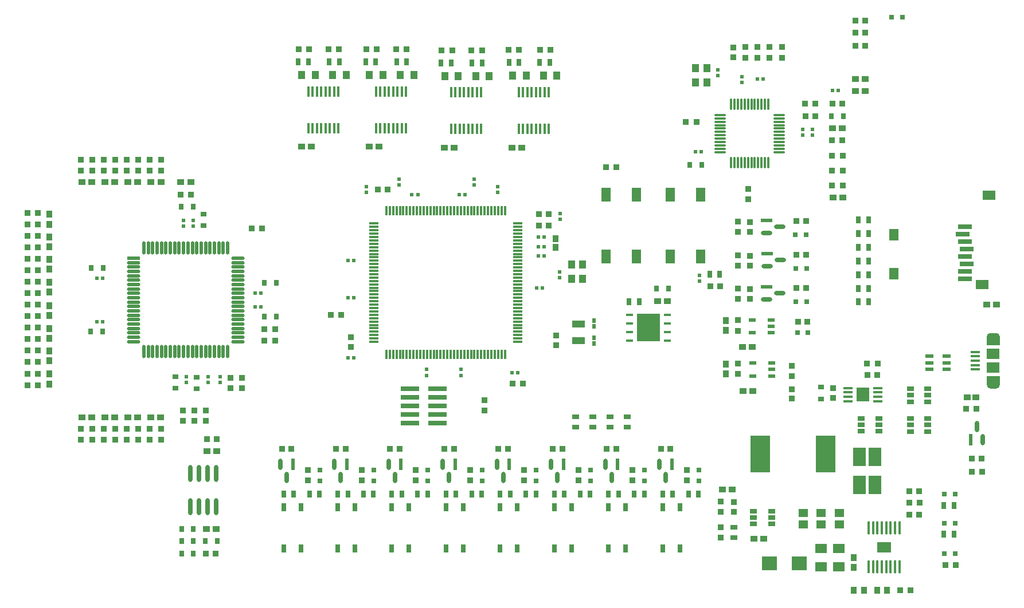
<source format=gbr>
%TF.GenerationSoftware,Altium Limited,Altium Designer,24.2.2 (26)*%
G04 Layer_Color=8421504*
%FSLAX45Y45*%
%MOMM*%
%TF.SameCoordinates,A2E2EA48-9257-4B33-8537-14B19699C7D1*%
%TF.FilePolarity,Positive*%
%TF.FileFunction,Paste,Top*%
%TF.Part,Single*%
G01*
G75*
%TA.AperFunction,Conductor*%
%ADD11C,0.50000*%
%TA.AperFunction,SMDPad,CuDef*%
%ADD12R,0.35000X1.35000*%
%ADD13R,1.35000X0.35000*%
%ADD14R,1.90000X1.40000*%
%ADD15R,2.00000X0.80000*%
%ADD16R,1.40000X1.80000*%
%ADD17R,1.65872X0.62684*%
G04:AMPARAMS|DCode=18|XSize=1.65872mm|YSize=0.62684mm|CornerRadius=0.31342mm|HoleSize=0mm|Usage=FLASHONLY|Rotation=0.000|XOffset=0mm|YOffset=0mm|HoleType=Round|Shape=RoundedRectangle|*
%AMROUNDEDRECTD18*
21,1,1.65872,0.00000,0,0,0.0*
21,1,1.03188,0.62684,0,0,0.0*
1,1,0.62684,0.51594,0.00000*
1,1,0.62684,-0.51594,0.00000*
1,1,0.62684,-0.51594,0.00000*
1,1,0.62684,0.51594,0.00000*
%
%ADD18ROUNDEDRECTD18*%
%ADD19R,1.10000X1.30000*%
%ADD20R,0.85872X0.91213*%
%ADD21R,0.91213X0.85872*%
G04:AMPARAMS|DCode=22|XSize=0.3mm|YSize=1.65mm|CornerRadius=0.0495mm|HoleSize=0mm|Usage=FLASHONLY|Rotation=90.000|XOffset=0mm|YOffset=0mm|HoleType=Round|Shape=RoundedRectangle|*
%AMROUNDEDRECTD22*
21,1,0.30000,1.55100,0,0,90.0*
21,1,0.20100,1.65000,0,0,90.0*
1,1,0.09900,0.77550,0.10050*
1,1,0.09900,0.77550,-0.10050*
1,1,0.09900,-0.77550,-0.10050*
1,1,0.09900,-0.77550,0.10050*
%
%ADD22ROUNDEDRECTD22*%
G04:AMPARAMS|DCode=23|XSize=0.3mm|YSize=1.65mm|CornerRadius=0.0495mm|HoleSize=0mm|Usage=FLASHONLY|Rotation=180.000|XOffset=0mm|YOffset=0mm|HoleType=Round|Shape=RoundedRectangle|*
%AMROUNDEDRECTD23*
21,1,0.30000,1.55100,0,0,180.0*
21,1,0.20100,1.65000,0,0,180.0*
1,1,0.09900,-0.10050,0.77550*
1,1,0.09900,0.10050,0.77550*
1,1,0.09900,0.10050,-0.77550*
1,1,0.09900,-0.10050,-0.77550*
%
%ADD23ROUNDEDRECTD23*%
%ADD24R,1.80620X1.35443*%
%ADD25R,0.95822X1.00650*%
%ADD26R,2.79000X0.74000*%
%ADD27R,0.57247X0.61535*%
%ADD28R,0.61535X0.57247*%
%ADD29R,1.00000X1.25000*%
%ADD30R,0.80000X1.00000*%
%ADD31R,0.95814X0.96213*%
%ADD32R,1.40000X0.45000*%
%ADD33R,1.84600X2.15000*%
%ADD34R,0.75000X1.00000*%
%ADD35R,0.80000X0.80000*%
%ADD36R,0.90000X1.05000*%
%ADD37R,0.95650X0.96213*%
%ADD38R,0.93504X0.96213*%
%ADD39R,0.96213X0.93504*%
G04:AMPARAMS|DCode=40|XSize=1.1mm|YSize=0.6mm|CornerRadius=0.051mm|HoleSize=0mm|Usage=FLASHONLY|Rotation=0.000|XOffset=0mm|YOffset=0mm|HoleType=Round|Shape=RoundedRectangle|*
%AMROUNDEDRECTD40*
21,1,1.10000,0.49800,0,0,0.0*
21,1,0.99800,0.60000,0,0,0.0*
1,1,0.10200,0.49900,-0.24900*
1,1,0.10200,-0.49900,-0.24900*
1,1,0.10200,-0.49900,0.24900*
1,1,0.10200,0.49900,0.24900*
%
%ADD40ROUNDEDRECTD40*%
G04:AMPARAMS|DCode=42|XSize=1.95543mm|YSize=0.42077mm|CornerRadius=0.21038mm|HoleSize=0mm|Usage=FLASHONLY|Rotation=90.000|XOffset=0mm|YOffset=0mm|HoleType=Round|Shape=RoundedRectangle|*
%AMROUNDEDRECTD42*
21,1,1.95543,0.00000,0,0,90.0*
21,1,1.53467,0.42077,0,0,90.0*
1,1,0.42077,0.00000,0.76733*
1,1,0.42077,0.00000,-0.76733*
1,1,0.42077,0.00000,-0.76733*
1,1,0.42077,0.00000,0.76733*
%
%ADD42ROUNDEDRECTD42*%
%ADD43R,0.42077X1.95543*%
%ADD44R,1.90292X2.70620*%
%ADD45R,2.90000X5.40000*%
%ADD46R,2.20000X2.15000*%
%ADD47R,1.45620X1.25464*%
%ADD48R,0.95872X0.91213*%
%ADD49R,1.13108X0.91213*%
%ADD50R,1.20000X0.60000*%
%ADD51R,1.00000X0.80000*%
%ADD52R,1.00650X0.95822*%
%ADD53R,1.40000X2.10000*%
%ADD54R,1.10000X0.45000*%
%ADD55R,3.50000X4.10000*%
%ADD56R,0.66213X0.91213*%
%ADD57R,1.90000X1.10000*%
%ADD58R,0.61213X0.68106*%
%ADD59R,0.91213X0.95872*%
%ADD60R,1.95524X0.49493*%
G04:AMPARAMS|DCode=61|XSize=1.95524mm|YSize=0.49493mm|CornerRadius=0.24746mm|HoleSize=0mm|Usage=FLASHONLY|Rotation=0.000|XOffset=0mm|YOffset=0mm|HoleType=Round|Shape=RoundedRectangle|*
%AMROUNDEDRECTD61*
21,1,1.95524,0.00000,0,0,0.0*
21,1,1.46031,0.49493,0,0,0.0*
1,1,0.49493,0.73015,0.00000*
1,1,0.49493,-0.73015,0.00000*
1,1,0.49493,-0.73015,0.00000*
1,1,0.49493,0.73015,0.00000*
%
%ADD61ROUNDEDRECTD61*%
G04:AMPARAMS|DCode=62|XSize=0.49493mm|YSize=1.95524mm|CornerRadius=0.24746mm|HoleSize=0mm|Usage=FLASHONLY|Rotation=0.000|XOffset=0mm|YOffset=0mm|HoleType=Round|Shape=RoundedRectangle|*
%AMROUNDEDRECTD62*
21,1,0.49493,1.46031,0,0,0.0*
21,1,0.00000,1.95524,0,0,0.0*
1,1,0.49493,0.00000,-0.73015*
1,1,0.49493,0.00000,-0.73015*
1,1,0.49493,0.00000,0.73015*
1,1,0.49493,0.00000,0.73015*
%
%ADD62ROUNDEDRECTD62*%
%ADD63R,1.10000X0.60000*%
%ADD64R,0.91213X0.95814*%
%ADD65R,0.96213X0.95650*%
%ADD66R,0.95814X0.91213*%
%ADD67R,0.91213X1.13108*%
%ADD68R,0.41000X1.60000*%
%ADD69R,0.80000X0.80000*%
%ADD70R,1.35000X0.40000*%
%ADD71R,1.90000X1.50000*%
%ADD72R,0.91213X0.66213*%
G04:AMPARAMS|DCode=73|XSize=1.65872mm|YSize=0.62684mm|CornerRadius=0.31342mm|HoleSize=0mm|Usage=FLASHONLY|Rotation=90.000|XOffset=0mm|YOffset=0mm|HoleType=Round|Shape=RoundedRectangle|*
%AMROUNDEDRECTD73*
21,1,1.65872,0.00000,0,0,90.0*
21,1,1.03188,0.62684,0,0,90.0*
1,1,0.62684,0.00000,0.51594*
1,1,0.62684,0.00000,-0.51594*
1,1,0.62684,0.00000,-0.51594*
1,1,0.62684,0.00000,0.51594*
%
%ADD73ROUNDEDRECTD73*%
%ADD74R,0.62684X1.65872*%
%ADD75R,0.80000X1.20000*%
%ADD76O,0.70000X2.50000*%
%TA.AperFunction,NonConductor*%
%ADD173R,2.01544X1.61545*%
G36*
X17950000Y5710000D02*
X17760001D01*
Y5840000D01*
X17950000D01*
Y5710000D01*
D02*
G37*
G36*
X17900003Y5660002D02*
X17810001Y5660000D01*
Y5710000D01*
X17900003D01*
Y5660002D01*
D02*
G37*
G36*
X17900000Y6430001D02*
X17809998D01*
Y6479998D01*
X17900000Y6480001D01*
Y6430001D01*
D02*
G37*
G36*
X17950000Y6300000D02*
X17760001D01*
Y6430000D01*
X17950000D01*
Y6300000D01*
D02*
G37*
D11*
X17925000Y5710000D02*
G03*
X17925000Y5710000I-25000J0D01*
G01*
X17835001D02*
G03*
X17835001Y5710000I-25000J0D01*
G01*
X17925000Y6430000D02*
G03*
X17925000Y6430000I-25000J0D01*
G01*
X17835001D02*
G03*
X17835001Y6430000I-25000J0D01*
G01*
D12*
X10642500Y6162501D02*
D03*
X10592500D02*
D03*
X10542500D02*
D03*
X10492500D02*
D03*
X10442500D02*
D03*
X10392500D02*
D03*
X10342500D02*
D03*
X10292500D02*
D03*
X10242500D02*
D03*
X10192500D02*
D03*
X10142500D02*
D03*
X10092500D02*
D03*
X10042500D02*
D03*
X9992500D02*
D03*
X9942500D02*
D03*
X9892500D02*
D03*
X9842500D02*
D03*
X9792500D02*
D03*
X9742500D02*
D03*
X9692500D02*
D03*
X9642500D02*
D03*
X9592500D02*
D03*
X9542500D02*
D03*
X9492500D02*
D03*
X9442500D02*
D03*
X9392500D02*
D03*
X9342500D02*
D03*
X9292500D02*
D03*
X9242500D02*
D03*
X9192500D02*
D03*
X9142500D02*
D03*
X9092500D02*
D03*
X9042500D02*
D03*
X8992500D02*
D03*
X8942500D02*
D03*
X8892500D02*
D03*
Y8287501D02*
D03*
X8942500D02*
D03*
X8992500D02*
D03*
X9042500D02*
D03*
X9092500D02*
D03*
X9142500D02*
D03*
X9192500D02*
D03*
X9242500D02*
D03*
X9292500D02*
D03*
X9342500D02*
D03*
X9392500D02*
D03*
X9442500D02*
D03*
X9492500D02*
D03*
X9542500D02*
D03*
X9592500D02*
D03*
X9642500D02*
D03*
X9692500D02*
D03*
X9742500D02*
D03*
X9792500D02*
D03*
X9842500D02*
D03*
X9892500D02*
D03*
X9942500D02*
D03*
X9992500D02*
D03*
X10042500D02*
D03*
X10092500D02*
D03*
X10142500D02*
D03*
X10192500D02*
D03*
X10242500D02*
D03*
X10292500D02*
D03*
X10342500D02*
D03*
X10392500D02*
D03*
X10442500D02*
D03*
X10492500D02*
D03*
X10542500D02*
D03*
X10592500D02*
D03*
X10642500D02*
D03*
D13*
X8705000Y6350001D02*
D03*
Y6400001D02*
D03*
Y6450001D02*
D03*
Y6500001D02*
D03*
Y6550001D02*
D03*
Y6600001D02*
D03*
Y6650001D02*
D03*
Y6700001D02*
D03*
Y6750001D02*
D03*
Y6800001D02*
D03*
Y6850001D02*
D03*
Y6900001D02*
D03*
Y6950001D02*
D03*
Y7000001D02*
D03*
Y7050001D02*
D03*
Y7100001D02*
D03*
Y7150001D02*
D03*
Y7200001D02*
D03*
Y7250001D02*
D03*
Y7300001D02*
D03*
Y7350001D02*
D03*
Y7400001D02*
D03*
Y7450001D02*
D03*
Y7500001D02*
D03*
Y7550001D02*
D03*
Y7600001D02*
D03*
Y7650001D02*
D03*
Y7700001D02*
D03*
Y7750001D02*
D03*
Y7800001D02*
D03*
Y7850001D02*
D03*
Y7900001D02*
D03*
Y7950001D02*
D03*
Y8000001D02*
D03*
Y8050001D02*
D03*
Y8100001D02*
D03*
X10830000D02*
D03*
Y8050001D02*
D03*
Y8000001D02*
D03*
Y7950001D02*
D03*
Y7900001D02*
D03*
Y7850001D02*
D03*
Y7800001D02*
D03*
Y7750001D02*
D03*
Y7700001D02*
D03*
Y7650001D02*
D03*
Y7600001D02*
D03*
Y7550001D02*
D03*
Y7500001D02*
D03*
Y7450001D02*
D03*
Y7400001D02*
D03*
Y7350001D02*
D03*
Y7300001D02*
D03*
Y7250001D02*
D03*
Y7200001D02*
D03*
Y7150001D02*
D03*
Y7100001D02*
D03*
Y7050001D02*
D03*
Y7000001D02*
D03*
Y6950001D02*
D03*
Y6900001D02*
D03*
Y6850001D02*
D03*
Y6800001D02*
D03*
Y6750001D02*
D03*
Y6700001D02*
D03*
Y6650001D02*
D03*
Y6600001D02*
D03*
Y6550001D02*
D03*
Y6500001D02*
D03*
Y6450001D02*
D03*
Y6400001D02*
D03*
Y6350001D02*
D03*
D14*
X17789999Y8516000D02*
D03*
X17689999Y7201000D02*
D03*
D15*
X17439999Y8050000D02*
D03*
X17400000Y7940000D02*
D03*
X17439999Y7830000D02*
D03*
X17460001Y7720000D02*
D03*
X17439999Y7610000D02*
D03*
X17460001Y7500000D02*
D03*
X17439999Y7390000D02*
D03*
Y7280000D02*
D03*
D16*
X16385001Y7931000D02*
D03*
Y7361000D02*
D03*
D17*
X14510001Y8143000D02*
D03*
X14512331Y7651500D02*
D03*
X14510001Y7160000D02*
D03*
D18*
Y7960000D02*
D03*
X14705342Y8051500D02*
D03*
X14512331Y7468500D02*
D03*
X14707671Y7560000D02*
D03*
X14705342Y7068500D02*
D03*
X14510001Y6977000D02*
D03*
D19*
X11790000Y7280001D02*
D03*
Y7490001D02*
D03*
X11625000D02*
D03*
Y7280001D02*
D03*
X13622501Y10395000D02*
D03*
Y10185000D02*
D03*
X13457500D02*
D03*
Y10395000D02*
D03*
D20*
X15630063Y8880001D02*
D03*
X15474721D02*
D03*
X15630063Y8660000D02*
D03*
X15474721D02*
D03*
X15627733Y9330000D02*
D03*
X15472392D02*
D03*
X15630063Y9100001D02*
D03*
X15474721D02*
D03*
X11162344Y10669999D02*
D03*
X11317685D02*
D03*
X10694673D02*
D03*
X10850015D02*
D03*
X9863170Y10660000D02*
D03*
X9707828D02*
D03*
X10150158D02*
D03*
X10305499D02*
D03*
X8748341Y10680000D02*
D03*
X8593000D02*
D03*
X9035329D02*
D03*
X9190671D02*
D03*
X3589962Y8252581D02*
D03*
X3745303D02*
D03*
X3589962Y8082581D02*
D03*
X3745303D02*
D03*
X3589962Y7917410D02*
D03*
X3745303D02*
D03*
X3589962Y7747410D02*
D03*
X3745303D02*
D03*
X3590002Y6899991D02*
D03*
X3745343D02*
D03*
X3590000Y7240000D02*
D03*
X3745342D02*
D03*
X3590000Y7070000D02*
D03*
X3745342D02*
D03*
X3590007Y7410000D02*
D03*
X3745349D02*
D03*
X3590002Y6729991D02*
D03*
X3745343D02*
D03*
X3590008Y6389991D02*
D03*
X3745350D02*
D03*
X3589957Y6220050D02*
D03*
X3745298D02*
D03*
X3590007Y7580000D02*
D03*
X3745349D02*
D03*
X3590008Y6559991D02*
D03*
X3745350D02*
D03*
X3590023Y5710000D02*
D03*
X3745364D02*
D03*
X3589957Y6050050D02*
D03*
X3745298D02*
D03*
X3590023Y5880000D02*
D03*
X3745364D02*
D03*
X17145436Y3047607D02*
D03*
X17300777D02*
D03*
X16614659Y3969999D02*
D03*
X16770000D02*
D03*
X6902329Y8030000D02*
D03*
X7057671D02*
D03*
X7751013Y10680000D02*
D03*
X7595672D02*
D03*
X8193343D02*
D03*
X8038001D02*
D03*
X15992329Y6030000D02*
D03*
X16147672D02*
D03*
X12287671Y8930000D02*
D03*
X12132329D02*
D03*
X8227671Y6750000D02*
D03*
X8072329D02*
D03*
X10907671Y5730000D02*
D03*
X10752329D02*
D03*
X17607671Y5360000D02*
D03*
X17452328D02*
D03*
X17534657Y4430000D02*
D03*
X17689999D02*
D03*
X13314722Y9600001D02*
D03*
X13470062D02*
D03*
X15230063Y9870001D02*
D03*
X15074721D02*
D03*
X7247671Y6540000D02*
D03*
X7092329D02*
D03*
X7092329Y6370000D02*
D03*
X7247670D02*
D03*
D21*
X6590000Y5662329D02*
D03*
Y5817671D02*
D03*
X5567414Y4904659D02*
D03*
Y5060000D02*
D03*
X5397414Y4904659D02*
D03*
Y5060000D02*
D03*
X5230000Y9039986D02*
D03*
Y8884644D02*
D03*
X5060000Y9039986D02*
D03*
Y8884644D02*
D03*
X5227326Y4904745D02*
D03*
Y5060086D02*
D03*
X5057326Y4904745D02*
D03*
Y5060086D02*
D03*
X4890000Y9039993D02*
D03*
Y8884652D02*
D03*
X4720000Y9039993D02*
D03*
Y8884652D02*
D03*
X4887326Y4904738D02*
D03*
Y5060080D02*
D03*
X4717326Y4904738D02*
D03*
Y5060080D02*
D03*
X4550000Y9040000D02*
D03*
Y8884659D02*
D03*
X4380000Y9040000D02*
D03*
Y8884659D02*
D03*
X4547326Y4904731D02*
D03*
Y5060072D02*
D03*
X4377326Y4904731D02*
D03*
Y5060072D02*
D03*
X14080000Y8127671D02*
D03*
Y7972329D02*
D03*
Y7137671D02*
D03*
Y6982329D02*
D03*
Y7627671D02*
D03*
Y7472329D02*
D03*
X13830000Y3452329D02*
D03*
Y3607671D02*
D03*
X5569995Y8884725D02*
D03*
Y9040067D02*
D03*
X5399996Y8884725D02*
D03*
Y9040067D02*
D03*
X14084784Y6670000D02*
D03*
Y6514659D02*
D03*
X14880000Y5842329D02*
D03*
Y5997671D02*
D03*
X14084784Y6030000D02*
D03*
Y5874659D02*
D03*
X14192392Y10552330D02*
D03*
Y10707671D02*
D03*
X10340000Y5332329D02*
D03*
Y5487671D02*
D03*
X14232391Y8454659D02*
D03*
Y8610001D02*
D03*
X14732391Y10707671D02*
D03*
Y10552330D02*
D03*
X14372392Y10707671D02*
D03*
Y10552330D02*
D03*
X14552393Y10707671D02*
D03*
Y10552330D02*
D03*
X11727000Y4302329D02*
D03*
Y4457670D02*
D03*
X10926999Y4302329D02*
D03*
Y4457670D02*
D03*
X13327000Y4302329D02*
D03*
Y4457670D02*
D03*
X12527000Y4302329D02*
D03*
Y4457670D02*
D03*
X7730000Y4302329D02*
D03*
Y4457671D02*
D03*
X8526999Y4302329D02*
D03*
Y4457670D02*
D03*
X10127000Y4302329D02*
D03*
Y4457670D02*
D03*
X9327000Y4302329D02*
D03*
Y4457670D02*
D03*
X6760000Y5662329D02*
D03*
Y5817671D02*
D03*
X5890000Y5337671D02*
D03*
Y5182329D02*
D03*
X6060000Y5337671D02*
D03*
Y5182329D02*
D03*
X6230000Y5337671D02*
D03*
Y5182329D02*
D03*
D22*
X13824892Y9155001D02*
D03*
Y9205001D02*
D03*
Y9255001D02*
D03*
Y9305001D02*
D03*
Y9355001D02*
D03*
Y9405001D02*
D03*
Y9455001D02*
D03*
Y9505001D02*
D03*
Y9555001D02*
D03*
Y9605001D02*
D03*
Y9655001D02*
D03*
Y9705001D02*
D03*
X14689893D02*
D03*
Y9655001D02*
D03*
Y9605001D02*
D03*
Y9555001D02*
D03*
Y9505001D02*
D03*
Y9455001D02*
D03*
Y9405001D02*
D03*
Y9355001D02*
D03*
Y9305001D02*
D03*
Y9255001D02*
D03*
Y9205001D02*
D03*
Y9155001D02*
D03*
D23*
X13982391Y9862501D02*
D03*
X14032391D02*
D03*
X14082391D02*
D03*
X14132391D02*
D03*
X14182391D02*
D03*
X14232391D02*
D03*
X14282391D02*
D03*
X14332391D02*
D03*
X14382391D02*
D03*
X14432391D02*
D03*
X14482391D02*
D03*
X14532391D02*
D03*
Y8997501D02*
D03*
X14482391D02*
D03*
X14432391D02*
D03*
X14382391D02*
D03*
X14332391D02*
D03*
X14282391D02*
D03*
X14232391D02*
D03*
X14182391D02*
D03*
X14132391D02*
D03*
X14082391D02*
D03*
X14032391D02*
D03*
X13982391D02*
D03*
D24*
X15310001Y3022411D02*
D03*
Y3297588D02*
D03*
X15570000Y3295177D02*
D03*
Y3020000D02*
D03*
D25*
X15789999Y3017414D02*
D03*
Y3162585D02*
D03*
X3915349Y7572586D02*
D03*
Y7427415D02*
D03*
X3915303Y8089996D02*
D03*
Y8235167D02*
D03*
Y7754825D02*
D03*
Y7899996D02*
D03*
X3915341Y7232586D02*
D03*
Y7087415D02*
D03*
X3915343Y6737406D02*
D03*
Y6882577D02*
D03*
X3915298Y6212635D02*
D03*
Y6067464D02*
D03*
X3915350Y6397406D02*
D03*
Y6542577D02*
D03*
X3915364Y5872586D02*
D03*
Y5727415D02*
D03*
X13904784Y5877414D02*
D03*
Y6022586D02*
D03*
Y6520000D02*
D03*
Y6665171D02*
D03*
D26*
X9650000Y5150000D02*
D03*
Y5277000D02*
D03*
Y5404000D02*
D03*
Y5531000D02*
D03*
Y5658000D02*
D03*
X9243000Y5150000D02*
D03*
Y5277000D02*
D03*
Y5404000D02*
D03*
Y5531000D02*
D03*
Y5658000D02*
D03*
D27*
X10190000Y8752856D02*
D03*
Y8667144D02*
D03*
X9490000Y5940001D02*
D03*
Y5854289D02*
D03*
X13789999Y10372856D02*
D03*
Y10287144D02*
D03*
X11450000Y7297144D02*
D03*
Y7382856D02*
D03*
X15042392Y9492857D02*
D03*
Y9407144D02*
D03*
X9080000Y8667144D02*
D03*
Y8752856D02*
D03*
X6440000Y5832856D02*
D03*
Y5747144D02*
D03*
X5900000Y8059644D02*
D03*
Y8145356D02*
D03*
X5940000Y5835356D02*
D03*
Y5749644D02*
D03*
X6040000Y8059644D02*
D03*
Y8145356D02*
D03*
X6260000Y5832856D02*
D03*
Y5747144D02*
D03*
X15182391Y9492857D02*
D03*
Y9407144D02*
D03*
X14139999Y10187144D02*
D03*
Y10272857D02*
D03*
X8600000Y8645714D02*
D03*
Y8560001D02*
D03*
X10540000Y8645714D02*
D03*
Y8560001D02*
D03*
X11460000Y8162857D02*
D03*
Y8248570D02*
D03*
X9990000Y5854289D02*
D03*
Y5940001D02*
D03*
X13520000Y7247143D02*
D03*
Y7332856D02*
D03*
D28*
X9270000Y8530000D02*
D03*
X9355713D02*
D03*
X11140000Y7760001D02*
D03*
X11225712D02*
D03*
X7042856Y7070000D02*
D03*
X6957144D02*
D03*
X4705356Y7290000D02*
D03*
X4619643D02*
D03*
X4702856Y6650000D02*
D03*
X4617143D02*
D03*
X6957144Y6870000D02*
D03*
X7042856D02*
D03*
X13542392Y9160001D02*
D03*
X13456679D02*
D03*
X14372392Y10240001D02*
D03*
X14458105D02*
D03*
X10052856Y8530000D02*
D03*
X9967144D02*
D03*
X8324287Y7550001D02*
D03*
X8410000D02*
D03*
X11225712Y7900001D02*
D03*
X11140000D02*
D03*
X11222856Y7620001D02*
D03*
X11137144D02*
D03*
X11195712Y7150001D02*
D03*
X11110000D02*
D03*
X10832856Y5890000D02*
D03*
X10747144D02*
D03*
X8324287Y7000001D02*
D03*
X8410000D02*
D03*
X8324287Y6110001D02*
D03*
X8410000D02*
D03*
X15562856Y10070000D02*
D03*
X15477144D02*
D03*
D29*
X11209672Y10290000D02*
D03*
X11409672D02*
D03*
X10756672Y10289999D02*
D03*
X10956672D02*
D03*
X9955157Y10280001D02*
D03*
X9755157D02*
D03*
X10212157Y10280000D02*
D03*
X10412157D02*
D03*
X8840328Y10300000D02*
D03*
X8640328D02*
D03*
X9097328Y10300000D02*
D03*
X9297328D02*
D03*
X8100000Y10300000D02*
D03*
X8300000D02*
D03*
X7843000Y10300000D02*
D03*
X7643000D02*
D03*
D30*
X11154672Y10480000D02*
D03*
X11304672D02*
D03*
X10701672D02*
D03*
X10851672D02*
D03*
X9850157Y10470000D02*
D03*
X9700157D02*
D03*
X10157157D02*
D03*
X10307157D02*
D03*
X8735328Y10490000D02*
D03*
X8585328D02*
D03*
X9042328D02*
D03*
X9192328D02*
D03*
X12475000Y6942001D02*
D03*
X12625000D02*
D03*
X15860001Y8149999D02*
D03*
X16010001D02*
D03*
X16010001Y6940000D02*
D03*
X15860001D02*
D03*
X16010001Y7140000D02*
D03*
X15860001D02*
D03*
X16010001Y7343333D02*
D03*
X15860001D02*
D03*
X16010001Y7545000D02*
D03*
X15860001D02*
D03*
X16010001Y7746666D02*
D03*
X15860001D02*
D03*
X16010001Y7948333D02*
D03*
X15860001D02*
D03*
X8195000Y10490000D02*
D03*
X8045000D02*
D03*
X7738000D02*
D03*
X7588000D02*
D03*
D31*
X11147301Y8240000D02*
D03*
X11292699D02*
D03*
X15622699Y9870000D02*
D03*
X15477301D02*
D03*
X6227301Y3220000D02*
D03*
X6372699D02*
D03*
X5857301Y8530000D02*
D03*
X6002699D02*
D03*
D32*
X15710001Y5667500D02*
D03*
Y5602500D02*
D03*
Y5537500D02*
D03*
Y5472500D02*
D03*
X16150000D02*
D03*
Y5537500D02*
D03*
Y5602500D02*
D03*
Y5667500D02*
D03*
D33*
X15930000Y5570000D02*
D03*
D34*
X17275000Y3502000D02*
D03*
X17125000D02*
D03*
X17125000Y3930000D02*
D03*
X17275000D02*
D03*
X13814999Y7350000D02*
D03*
X13664999D02*
D03*
X11902000Y4099999D02*
D03*
X11752000D02*
D03*
X11372000D02*
D03*
X11522000D02*
D03*
X10572000D02*
D03*
X10722000D02*
D03*
X11102000D02*
D03*
X10952000D02*
D03*
X13502000D02*
D03*
X13352000D02*
D03*
X12972000D02*
D03*
X13122000D02*
D03*
X12172000D02*
D03*
X12322000D02*
D03*
X12702000D02*
D03*
X12552000D02*
D03*
X7905000Y4100000D02*
D03*
X7755000D02*
D03*
X7375000D02*
D03*
X7525000D02*
D03*
X8172000Y4099999D02*
D03*
X8322000D02*
D03*
X8702000D02*
D03*
X8552000D02*
D03*
X10302000D02*
D03*
X10152000D02*
D03*
X9772000D02*
D03*
X9922000D02*
D03*
X8972000D02*
D03*
X9122000D02*
D03*
X9502000D02*
D03*
X9352000D02*
D03*
D35*
X17130000Y4098000D02*
D03*
X17289999D02*
D03*
X17130000Y3220000D02*
D03*
X17289999D02*
D03*
X17289999Y3670000D02*
D03*
X17130000D02*
D03*
X15100002Y6940000D02*
D03*
X14939999D02*
D03*
X15090001Y7930000D02*
D03*
X14930000D02*
D03*
X15100002Y7430000D02*
D03*
X14940001D02*
D03*
X14960001Y6490000D02*
D03*
X15120000D02*
D03*
X16350000Y11150000D02*
D03*
X16510001D02*
D03*
D36*
X15942500Y2680000D02*
D03*
X15797501D02*
D03*
X16282500D02*
D03*
X16137500D02*
D03*
D37*
X16480000D02*
D03*
X16630171D02*
D03*
D38*
X14948462Y7640000D02*
D03*
X15091541D02*
D03*
X14948460Y7150000D02*
D03*
X15091541D02*
D03*
X16618462Y3790000D02*
D03*
X16761539D02*
D03*
X14968462Y6650000D02*
D03*
X15111539D02*
D03*
X15091541Y8140000D02*
D03*
X14948460D02*
D03*
X15960001Y10920000D02*
D03*
X15816920D02*
D03*
X15961539Y11100000D02*
D03*
X15818462D02*
D03*
X15961539Y10730000D02*
D03*
X15818462D02*
D03*
X13821539Y7170000D02*
D03*
X13678461D02*
D03*
X17538460Y4620000D02*
D03*
X17681538D02*
D03*
X15223930Y9690001D02*
D03*
X15080853D02*
D03*
X11488539Y4770000D02*
D03*
X11345460D02*
D03*
X10688539D02*
D03*
X10545460D02*
D03*
X13088539D02*
D03*
X12945461D02*
D03*
X12288539D02*
D03*
X12145460D02*
D03*
X7491539Y4770000D02*
D03*
X7348461D02*
D03*
X8288539Y4770000D02*
D03*
X8145460D02*
D03*
X9888539D02*
D03*
X9745460D02*
D03*
X9088539D02*
D03*
X8945460D02*
D03*
D39*
X14260001Y8121540D02*
D03*
Y7978461D02*
D03*
Y7621539D02*
D03*
Y7478461D02*
D03*
Y7131539D02*
D03*
Y6988460D02*
D03*
X14880000Y5651539D02*
D03*
Y5508461D02*
D03*
X14020000Y3840000D02*
D03*
Y3983079D02*
D03*
X14012392Y10701540D02*
D03*
Y10558461D02*
D03*
D40*
X15905000Y5220000D02*
D03*
Y5125000D02*
D03*
Y5030000D02*
D03*
X16164999D02*
D03*
Y5125000D02*
D03*
Y5220000D02*
D03*
X16630000Y5655000D02*
D03*
Y5560000D02*
D03*
Y5465000D02*
D03*
X16889999D02*
D03*
Y5560000D02*
D03*
Y5655000D02*
D03*
X16889999Y5025000D02*
D03*
Y5120000D02*
D03*
Y5215000D02*
D03*
X16630000D02*
D03*
Y5120000D02*
D03*
Y5025000D02*
D03*
X14584999Y3655000D02*
D03*
Y3750000D02*
D03*
Y3845000D02*
D03*
X14315001D02*
D03*
Y3750000D02*
D03*
Y3655000D02*
D03*
D42*
X16012500Y3597538D02*
D03*
X16077499D02*
D03*
X16142500D02*
D03*
X16207500D02*
D03*
X16272501D02*
D03*
X16337500D02*
D03*
X16402499D02*
D03*
X16467500D02*
D03*
Y3022462D02*
D03*
X16402499D02*
D03*
X16337500D02*
D03*
X16272501D02*
D03*
X16207500D02*
D03*
X16142500D02*
D03*
X16077499D02*
D03*
D43*
X16012500D02*
D03*
D44*
X16110001Y4230000D02*
D03*
X15879878D02*
D03*
X16110001Y4650000D02*
D03*
X15879878D02*
D03*
D45*
X15380000Y4690000D02*
D03*
X14410001D02*
D03*
D46*
X14550000Y3070000D02*
D03*
X14989999D02*
D03*
D47*
X15580000Y3815156D02*
D03*
Y3650000D02*
D03*
X15310001Y3815156D02*
D03*
Y3650000D02*
D03*
X15048000Y3815157D02*
D03*
Y3650001D02*
D03*
D48*
X16142671Y5860000D02*
D03*
X15997330D02*
D03*
X16762671Y4139999D02*
D03*
X16617329D02*
D03*
X11292671Y8065714D02*
D03*
X11147329D02*
D03*
X6390000Y4910000D02*
D03*
X6244659D02*
D03*
D49*
X17594052Y5530000D02*
D03*
X17465948D02*
D03*
D50*
X17164999Y6135000D02*
D03*
Y6040000D02*
D03*
Y5945000D02*
D03*
X16914999D02*
D03*
Y6040000D02*
D03*
Y6135000D02*
D03*
D51*
X14020000Y3455000D02*
D03*
Y3605000D02*
D03*
X11940000Y5090000D02*
D03*
Y5240000D02*
D03*
X12448000D02*
D03*
Y5090000D02*
D03*
X12194000Y5240000D02*
D03*
Y5090000D02*
D03*
X11686000Y5240000D02*
D03*
Y5090000D02*
D03*
D52*
X13857414Y4170000D02*
D03*
X14002586D02*
D03*
X5414829Y5230000D02*
D03*
X5560000D02*
D03*
X5417410Y8714725D02*
D03*
X5562581D02*
D03*
X5074740Y5230086D02*
D03*
X5219911D02*
D03*
X5077415Y8714644D02*
D03*
X5222586D02*
D03*
X4734740Y5230079D02*
D03*
X4879911D02*
D03*
X4737414Y8714652D02*
D03*
X4882586D02*
D03*
X4394740Y5230072D02*
D03*
X4539911D02*
D03*
X4397414Y8714659D02*
D03*
X4542586D02*
D03*
X12897415Y6952001D02*
D03*
X13042586D02*
D03*
X6002586Y8710000D02*
D03*
X5857414D02*
D03*
X14294785Y6270000D02*
D03*
X14149612D02*
D03*
X14304784Y5620000D02*
D03*
X14159613D02*
D03*
X14317413Y3440000D02*
D03*
X14462585D02*
D03*
X15962585Y10060000D02*
D03*
X15817415D02*
D03*
X15962585Y10240000D02*
D03*
X15817415D02*
D03*
X10745157Y9220001D02*
D03*
X10890328D02*
D03*
X9749986D02*
D03*
X9895157D02*
D03*
X8635157Y9240001D02*
D03*
X8780328D02*
D03*
X7637829Y9240000D02*
D03*
X7783000D02*
D03*
X17902586Y6900000D02*
D03*
X17757414D02*
D03*
X15487221Y8480001D02*
D03*
X15632391D02*
D03*
X15479807Y9510001D02*
D03*
X15624979D02*
D03*
X6389915Y4730000D02*
D03*
X6244744D02*
D03*
X6377329Y3580000D02*
D03*
X6232158D02*
D03*
D53*
X13085001Y8525000D02*
D03*
Y7615000D02*
D03*
X13535001Y8525000D02*
D03*
Y7615000D02*
D03*
X12585000D02*
D03*
Y8525000D02*
D03*
X12135000Y7615000D02*
D03*
Y8525000D02*
D03*
D54*
X12480001Y6752501D02*
D03*
Y6625501D02*
D03*
Y6498501D02*
D03*
Y6371501D02*
D03*
X13040001D02*
D03*
Y6498501D02*
D03*
Y6625501D02*
D03*
Y6752501D02*
D03*
D55*
X12760001Y6562001D02*
D03*
D56*
X12882500Y7142001D02*
D03*
X13057500D02*
D03*
X4710000Y7440000D02*
D03*
X4535000D02*
D03*
X13547501Y8970000D02*
D03*
X13372501D02*
D03*
X15464893Y9690001D02*
D03*
X15639893D02*
D03*
X5867244Y3400000D02*
D03*
X6042244D02*
D03*
X5867244Y3220000D02*
D03*
X6042244D02*
D03*
X5867244Y3580000D02*
D03*
X6042244D02*
D03*
X6394744Y3400000D02*
D03*
X6219744D02*
D03*
X7267500Y6720000D02*
D03*
X7092500D02*
D03*
X7265000Y7220000D02*
D03*
X7090000D02*
D03*
X6037500Y8350000D02*
D03*
X5862500D02*
D03*
X4525000Y6500000D02*
D03*
X4700000D02*
D03*
D57*
X11729940Y6615046D02*
D03*
Y6365046D02*
D03*
D58*
X11960000Y6578447D02*
D03*
Y6661555D02*
D03*
Y6411555D02*
D03*
Y6328447D02*
D03*
D59*
X11400000Y6442671D02*
D03*
Y6297329D02*
D03*
D60*
X5162452Y7587499D02*
D03*
D61*
Y7522500D02*
D03*
Y7457499D02*
D03*
Y7392500D02*
D03*
Y7327499D02*
D03*
Y7262500D02*
D03*
Y7197499D02*
D03*
Y7132500D02*
D03*
Y7067499D02*
D03*
Y7002500D02*
D03*
Y6937499D02*
D03*
Y6872500D02*
D03*
Y6807499D02*
D03*
Y6742500D02*
D03*
Y6677499D02*
D03*
Y6612500D02*
D03*
Y6547499D02*
D03*
Y6482500D02*
D03*
Y6417499D02*
D03*
Y6352500D02*
D03*
X6697548D02*
D03*
Y6417499D02*
D03*
Y6482500D02*
D03*
Y6547499D02*
D03*
Y6612500D02*
D03*
Y6677499D02*
D03*
Y6742500D02*
D03*
Y6807499D02*
D03*
Y6872500D02*
D03*
Y6937499D02*
D03*
Y7002500D02*
D03*
Y7067499D02*
D03*
Y7132500D02*
D03*
Y7197499D02*
D03*
Y7262500D02*
D03*
Y7327499D02*
D03*
Y7392500D02*
D03*
Y7457499D02*
D03*
Y7522500D02*
D03*
Y7587499D02*
D03*
D62*
X5312500Y6202451D02*
D03*
X5377500D02*
D03*
X5442500D02*
D03*
X5507500D02*
D03*
X5572500D02*
D03*
X5637500D02*
D03*
X5702500D02*
D03*
X5767500D02*
D03*
X5832500D02*
D03*
X5897500D02*
D03*
X5962500D02*
D03*
X6027500D02*
D03*
X6092500D02*
D03*
X6157500D02*
D03*
X6222500D02*
D03*
X6287500D02*
D03*
X6352500D02*
D03*
X6417500D02*
D03*
X6482500D02*
D03*
X6547500D02*
D03*
Y7737548D02*
D03*
X6482500D02*
D03*
X6417500D02*
D03*
X6352500D02*
D03*
X6287500D02*
D03*
X6222500D02*
D03*
X6157500D02*
D03*
X6092500D02*
D03*
X6027500D02*
D03*
X5962500D02*
D03*
X5897500D02*
D03*
X5832500D02*
D03*
X5767500D02*
D03*
X5702500D02*
D03*
X5637500D02*
D03*
X5572500D02*
D03*
X5507500D02*
D03*
X5442500D02*
D03*
X5377500D02*
D03*
X5312500D02*
D03*
D63*
X14574783Y6485000D02*
D03*
Y6580000D02*
D03*
Y6675000D02*
D03*
X14294785D02*
D03*
Y6485000D02*
D03*
X14584836Y5845048D02*
D03*
Y5940048D02*
D03*
Y6035048D02*
D03*
X14304836D02*
D03*
Y5845048D02*
D03*
D64*
X15487804Y5517301D02*
D03*
Y5662699D02*
D03*
X8370000Y6274602D02*
D03*
Y6420001D02*
D03*
D65*
X13830000Y3840000D02*
D03*
Y3990171D02*
D03*
D66*
X8764601Y8600001D02*
D03*
X8910000D02*
D03*
D67*
X11390000Y7745949D02*
D03*
Y7874054D02*
D03*
D68*
X10847750Y10040000D02*
D03*
X10911250D02*
D03*
X10974750D02*
D03*
X11038250D02*
D03*
X11101750D02*
D03*
X11165250D02*
D03*
X11228750D02*
D03*
X11292250D02*
D03*
Y9500000D02*
D03*
X11228750D02*
D03*
X11165250D02*
D03*
X11101750D02*
D03*
X11038250D02*
D03*
X10974750D02*
D03*
X10911250D02*
D03*
X10847750D02*
D03*
X9847750Y10040000D02*
D03*
X9911250D02*
D03*
X9974750D02*
D03*
X10038250D02*
D03*
X10101750D02*
D03*
X10165250D02*
D03*
X10228750D02*
D03*
X10292250D02*
D03*
Y9500000D02*
D03*
X10228750D02*
D03*
X10165250D02*
D03*
X10101750D02*
D03*
X10038250D02*
D03*
X9974750D02*
D03*
X9911250D02*
D03*
X9847750D02*
D03*
X7740750Y10050000D02*
D03*
X7804250D02*
D03*
X7867750D02*
D03*
X7931250D02*
D03*
X7994750D02*
D03*
X8058250D02*
D03*
X8121750D02*
D03*
X8185250D02*
D03*
Y9510000D02*
D03*
X8121750D02*
D03*
X8058250D02*
D03*
X7994750D02*
D03*
X7931250D02*
D03*
X7867750D02*
D03*
X7804250D02*
D03*
X7740750D02*
D03*
X8738078Y10050000D02*
D03*
X8801578D02*
D03*
X8865078D02*
D03*
X8928578D02*
D03*
X8992078D02*
D03*
X9055578D02*
D03*
X9119078D02*
D03*
X9182578D02*
D03*
Y9510001D02*
D03*
X9119078D02*
D03*
X9055578D02*
D03*
X8992078D02*
D03*
X8928578D02*
D03*
X8865078D02*
D03*
X8801578D02*
D03*
X8738078D02*
D03*
D69*
X13507001Y4290000D02*
D03*
Y4450000D02*
D03*
X12707000Y4290000D02*
D03*
Y4450000D02*
D03*
X11907000Y4290000D02*
D03*
Y4450000D02*
D03*
X11107000Y4290000D02*
D03*
Y4450000D02*
D03*
X10307000Y4290000D02*
D03*
Y4450000D02*
D03*
X9507000Y4290000D02*
D03*
Y4450000D02*
D03*
X7910000Y4290000D02*
D03*
Y4450000D02*
D03*
X8707000Y4290000D02*
D03*
Y4450000D02*
D03*
D70*
X17585001Y5940000D02*
D03*
Y6005000D02*
D03*
Y6070000D02*
D03*
Y6135000D02*
D03*
Y6200000D02*
D03*
D71*
X17855000Y5970000D02*
D03*
Y6170000D02*
D03*
D72*
X15307803Y5502500D02*
D03*
Y5677500D02*
D03*
X6090000Y5652500D02*
D03*
Y5827500D02*
D03*
X6190000Y8240000D02*
D03*
Y8065000D02*
D03*
X5780000Y5662500D02*
D03*
Y5837500D02*
D03*
D73*
X17610001Y5100000D02*
D03*
X17701500Y4904659D02*
D03*
X11417000Y4342329D02*
D03*
X11325500Y4537670D02*
D03*
X10617000Y4342329D02*
D03*
X10525500Y4537670D02*
D03*
X13017000Y4342329D02*
D03*
X12925500Y4537670D02*
D03*
X12217000Y4342329D02*
D03*
X12125500Y4537670D02*
D03*
X7420000Y4342329D02*
D03*
X7328500Y4537671D02*
D03*
X8217000Y4342329D02*
D03*
X8125500Y4537670D02*
D03*
X9817000Y4342329D02*
D03*
X9725500Y4537670D02*
D03*
X9017000Y4342329D02*
D03*
X8925500Y4537670D02*
D03*
D74*
X17518500Y4904659D02*
D03*
X11508500Y4537670D02*
D03*
X10708500D02*
D03*
X13108501D02*
D03*
X12308500D02*
D03*
X7511500Y4537671D02*
D03*
X8308500Y4537670D02*
D03*
X9908500D02*
D03*
X9108500D02*
D03*
D75*
X11627000Y3292500D02*
D03*
X11373000D02*
D03*
Y3907500D02*
D03*
X11627000D02*
D03*
X10827000Y3292500D02*
D03*
X10573000D02*
D03*
Y3907500D02*
D03*
X10827000D02*
D03*
X13227000Y3292500D02*
D03*
X12973000D02*
D03*
Y3907500D02*
D03*
X13227000D02*
D03*
X12427000Y3292500D02*
D03*
X12173000D02*
D03*
Y3907500D02*
D03*
X12427000D02*
D03*
X7630000Y3292500D02*
D03*
X7376000D02*
D03*
Y3907500D02*
D03*
X7630000D02*
D03*
X8427000Y3292500D02*
D03*
X8173000D02*
D03*
Y3907500D02*
D03*
X8427000D02*
D03*
X10027000Y3292500D02*
D03*
X9773000D02*
D03*
Y3907500D02*
D03*
X10027000D02*
D03*
X9227000Y3292500D02*
D03*
X8973000D02*
D03*
Y3907500D02*
D03*
X9227000D02*
D03*
D76*
X5994244Y3915000D02*
D03*
X6121244D02*
D03*
X6248244D02*
D03*
X6375244D02*
D03*
X5994244Y4405000D02*
D03*
X6121244D02*
D03*
X6248244D02*
D03*
X6375244D02*
D03*
D173*
X16240060Y3310059D02*
D03*
%TF.MD5,d724c660d398657f48b159b6f1c06ac4*%
M02*

</source>
